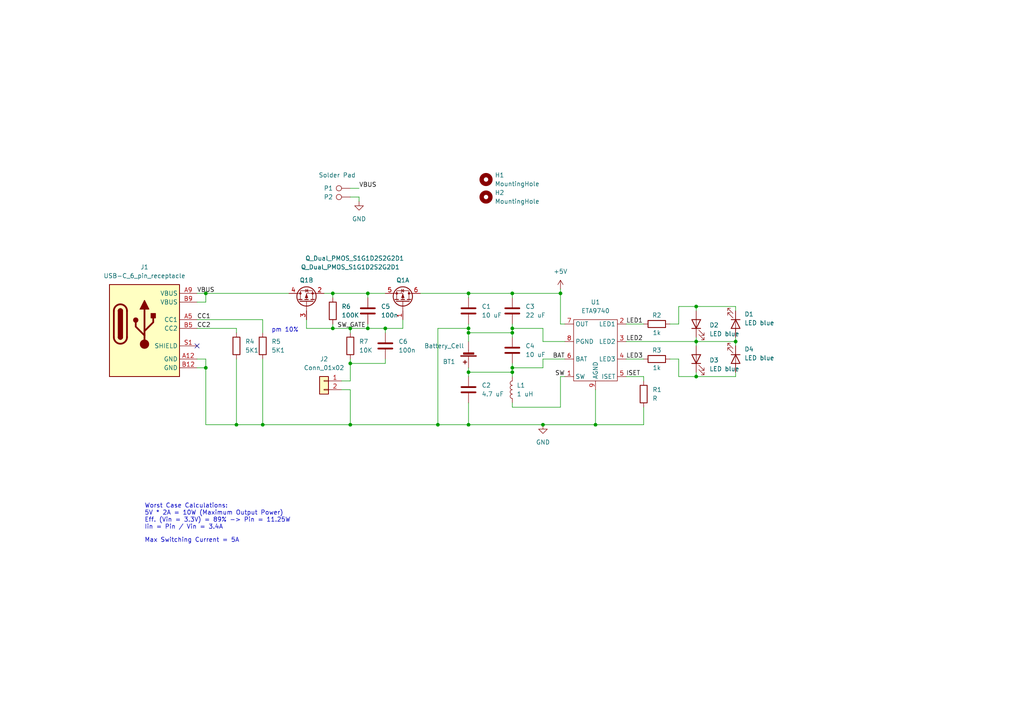
<source format=kicad_sch>
(kicad_sch (version 20211123) (generator eeschema)
  (paper "A4")
  (lib_symbols
    (symbol "Connector_Generic:Conn_01x02" (pin_names (offset 1.016) hide)
      (property "Reference" "J" (at 0 2.54 0))
      (property "Value" "Conn_01x02" (at 0 -5.08 0))
      (symbol "Conn_01x02_1_1"
        (rectangle (start -1.27 -2.413) (end 0 -2.667) (stroke (width 0.1524)))
        (rectangle (start -1.27 0.127) (end 0 -0.127) (stroke (width 0.1524)))
        (rectangle (start -1.27 1.27) (end 1.27 -3.81) (stroke (width 0.254)) (fill (type background)))
        (pin passive line (at -5.08 0 0) (length 3.81) (name "Pin_1") (number "1"))
        (pin passive line (at -5.08 -2.54 0) (length 3.81) (name "Pin_2") (number "2"))
      )
    )
    (symbol "Device:Battery_Cell" (pin_numbers hide) (pin_names (offset 0) hide)
      (property "Reference" "BT" (at 2.54 2.54 0))
      (property "Value" "Battery_Cell" (at 2.54 0 0))
      (symbol "Battery_Cell_0_1"
        (rectangle (start -2.286 1.778) (end 2.286 1.524) (fill (type outline)))
        (rectangle (start -1.5748 1.1938) (end 1.4732 0.6858) (fill (type outline)))
        (polyline (pts (xy 0 0.762) (xy 0 0)))
        (polyline (pts (xy 0 1.778) (xy 0 2.54)))
        (polyline (pts (xy 0.508 3.429) (xy 1.524 3.429)) (stroke (width 0.254)))
        (polyline (pts (xy 1.016 3.937) (xy 1.016 2.921)) (stroke (width 0.254)))
      )
      (symbol "Battery_Cell_1_1"
        (pin passive line (at 0 5.08 270) (length 2.54) (name "+") (number "1"))
        (pin passive line (at 0 -2.54 90) (length 2.54) (name "-") (number "2"))
      )
    )
    (symbol "Device:C" (pin_numbers hide) (pin_names (offset 0.254))
      (property "Reference" "C" (at 0.635 2.54 0))
      (property "Value" "C" (at 0.635 -2.54 0))
      (symbol "C_0_1"
        (polyline (pts (xy -2.032 -0.762) (xy 2.032 -0.762)) (stroke (width 0.508)))
        (polyline (pts (xy -2.032 0.762) (xy 2.032 0.762)) (stroke (width 0.508)))
      )
      (symbol "C_1_1"
        (pin passive line (at 0 3.81 270) (length 2.794) (name "~") (number "1"))
        (pin passive line (at 0 -3.81 90) (length 2.794) (name "~") (number "2"))
      )
    )
    (symbol "Device:L" (pin_numbers hide) (pin_names (offset 1.016) hide)
      (property "Reference" "L" (at -1.27 0 90))
      (property "Value" "L" (at 1.905 0 90))
      (symbol "L_0_1"
        (arc (start 0 -2.54) (mid 0.635 -1.905) (end 0 -1.27))
        (arc (start 0 -1.27) (mid 0.635 -0.635) (end 0 0))
        (arc (start 0 0) (mid 0.635 0.635) (end 0 1.27))
        (arc (start 0 1.27) (mid 0.635 1.905) (end 0 2.54))
      )
      (symbol "L_1_1"
        (pin passive line (at 0 3.81 270) (length 1.27) (name "1") (number "1"))
        (pin passive line (at 0 -3.81 90) (length 1.27) (name "2") (number "2"))
      )
    )
    (symbol "Device:LED" (pin_numbers hide) (pin_names (offset 1.016) hide)
      (property "Reference" "D" (at 0 2.54 0))
      (property "Value" "LED" (at 0 -2.54 0))
      (symbol "LED_0_1"
        (polyline (pts (xy -1.27 -1.27) (xy -1.27 1.27)) (stroke (width 0.254)))
        (polyline (pts (xy -1.27 0) (xy 1.27 0)))
        (polyline (pts (xy 1.27 -1.27) (xy 1.27 1.27) (xy -1.27 0) (xy 1.27 -1.27)) (stroke (width 0.254)))
        (polyline (pts (xy -3.048 -0.762) (xy -4.572 -2.286) (xy -3.81 -2.286) (xy -4.572 -2.286) (xy -4.572 -1.524)))
        (polyline (pts (xy -1.778 -0.762) (xy -3.302 -2.286) (xy -2.54 -2.286) (xy -3.302 -2.286) (xy -3.302 -1.524)))
      )
      (symbol "LED_1_1"
        (pin passive line (at -3.81 0 0) (length 2.54) (name "K") (number "1"))
        (pin passive line (at 3.81 0 180) (length 2.54) (name "A") (number "2"))
      )
    )
    (symbol "Device:Q_Dual_PMOS_S1G1D2S2G2D1" (pin_names (offset 0) hide)
      (property "Reference" "Q1" (at 0 10.16 90))
      (property "Value" "Q_Dual_PMOS_S1G1D2S2G2D1" (at 0 7.62 90))
      (symbol "Q_Dual_PMOS_S1G1D2S2G2D1_0_1"
        (polyline (pts (xy 0.254 0) (xy -2.54 0)))
        (polyline (pts (xy 0.254 1.905) (xy 0.254 -1.905)) (stroke (width 0.254)))
        (polyline (pts (xy 0.762 -1.27) (xy 0.762 -2.286)) (stroke (width 0.254)))
        (polyline (pts (xy 0.762 0.508) (xy 0.762 -0.508)) (stroke (width 0.254)))
        (polyline (pts (xy 0.762 2.286) (xy 0.762 1.27)) (stroke (width 0.254)))
        (polyline (pts (xy 2.54 2.54) (xy 2.54 1.778)))
        (polyline (pts (xy 2.54 -2.54) (xy 2.54 0) (xy 0.762 0)))
        (polyline (pts (xy 0.762 1.778) (xy 3.302 1.778) (xy 3.302 -1.778) (xy 0.762 -1.778)))
        (polyline (pts (xy 2.286 0) (xy 1.27 0.381) (xy 1.27 -0.381) (xy 2.286 0)) (fill (type outline)))
        (polyline (pts (xy 2.794 -0.508) (xy 2.921 -0.381) (xy 3.683 -0.381) (xy 3.81 -0.254)))
        (polyline (pts (xy 3.302 -0.381) (xy 2.921 0.254) (xy 3.683 0.254) (xy 3.302 -0.381)))
        (circle (center 1.651 0) (radius 2.794) (stroke (width 0.254)))
        (circle (center 2.54 -1.778) (radius 0.254) (fill (type outline)))
        (circle (center 2.54 1.778) (radius 0.254) (fill (type outline)))
      )
      (symbol "Q_Dual_PMOS_S1G1D2S2G2D1_1_1"
        (pin passive line (at 2.54 -5.08 90) (length 2.54) (name "S") (number "1"))
        (pin input line (at -5.08 0 0) (length 2.54) (name "G") (number "2"))
        (pin passive line (at 2.54 5.08 270) (length 2.54) (name "D") (number "6"))
      )
      (symbol "Q_Dual_PMOS_S1G1D2S2G2D1_2_1"
        (pin passive line (at 2.54 -5.08 90) (length 2.54) (name "S") (number "2"))
        (pin input line (at -5.08 0 0) (length 2.54) (name "G") (number "3"))
        (pin passive line (at 2.54 5.08 270) (length 2.54) (name "D") (number "4"))
      )
    )
    (symbol "Device:R" (pin_numbers hide) (pin_names (offset 0))
      (property "Reference" "R" (at 2.032 0 90))
      (property "Value" "R" (at 0 0 90))
      (symbol "R_0_1"
        (rectangle (start -1.016 -2.54) (end 1.016 2.54) (stroke (width 0.254)))
      )
      (symbol "R_1_1"
        (pin passive line (at 0 3.81 270) (length 1.27) (name "~") (number "1"))
        (pin passive line (at 0 -3.81 90) (length 1.27) (name "~") (number "2"))
      )
    )
    (symbol "LiPoBCB-V2:ETA9740" (pin_names (offset 0.512))
      (property "Reference" "U" (at 0 10.16 0))
      (property "Value" "ETA9740" (at 0 7.62 0))
      (symbol "ETA9740_0_1"
        (rectangle (start -6.35 6.35) (end 6.35 -11.43))
      )
      (symbol "ETA9740_1_1"
        (pin bidirectional line (at -8.89 -10.16 0) (length 2.54) (name "SW") (number "1"))
        (pin output line (at 8.89 5.08 180) (length 2.54) (name "LED1") (number "2"))
        (pin output line (at 8.89 0 180) (length 2.54) (name "LED2") (number "3"))
        (pin output line (at 8.89 -5.08 180) (length 2.54) (name "LED3") (number "4"))
        (pin input line (at 8.89 -10.16 180) (length 2.54) (name "ISET") (number "5"))
        (pin bidirectional line (at -8.89 -5.08 0) (length 2.54) (name "BAT") (number "6"))
        (pin output line (at -8.89 5.08 0) (length 2.54) (name "OUT") (number "7"))
        (pin bidirectional line (at -8.89 0 0) (length 2.54) (name "PGND") (number "8"))
        (pin bidirectional line (at 0 -13.97 90) (length 2.54) (name "AGND") (number "9"))
      )
    )
    (symbol "LiPoBCB-V2:Solder Pad" (pin_numbers hide) (pin_names (offset 0.762) hide)
      (property "Reference" "P?" (at 0 6.858 0))
      (property "Value" "Solder Pad" (at 0 5.08 0))
      (symbol "Solder Pad_0_1"
        (circle (center 0 3.302) (radius 0.762))
      )
      (symbol "Solder Pad_1_1"
        (pin passive line (at 0 0 90) (length 2.54) (name "1") (number "1"))
      )
    )
    (symbol "LiPoBCB-V2:USB-C_6_pin_receptacle"
      (property "Reference" "J" (at 0 12.7 0))
      (property "Value" "USB-C_6_pin_receptacle" (at 0 -16.51 0))
      (symbol "USB-C_6_pin_receptacle_0_1"
        (rectangle (start -10.16 11.43) (end 10.16 -15.24) (stroke (width 0.254)) (fill (type background)))
        (arc (start -8.89 -3.81) (mid -6.985 -5.715) (end -5.08 -3.81) (stroke (width 0.508)))
        (arc (start -7.62 -3.81) (mid -6.985 -4.445) (end -6.35 -3.81) (stroke (width 0.254)))
        (arc (start -7.62 -3.81) (mid -6.985 -4.445) (end -6.35 -3.81) (stroke (width 0.254)) (fill (type outline)))
        (rectangle (start -7.62 -3.81) (end -6.35 3.81) (stroke (width 0.254)) (fill (type outline)))
        (arc (start -6.35 3.81) (mid -6.985 4.445) (end -7.62 3.81) (stroke (width 0.254)))
        (arc (start -6.35 3.81) (mid -6.985 4.445) (end -7.62 3.81) (stroke (width 0.254)) (fill (type outline)))
        (arc (start -5.08 3.81) (mid -6.985 5.715) (end -8.89 3.81) (stroke (width 0.508)))
        (circle (center -2.54 1.143) (radius 0.635) (stroke (width 0.254)) (fill (type outline)))
        (circle (center 0 -5.842) (radius 1.27) (fill (type outline)))
        (polyline (pts (xy -8.89 -3.81) (xy -8.89 3.81)) (stroke (width 0.508)))
        (polyline (pts (xy -5.08 3.81) (xy -5.08 -3.81)) (stroke (width 0.508)))
        (polyline (pts (xy 0 -5.842) (xy 0 4.318)) (stroke (width 0.508)))
        (polyline (pts (xy 0 -3.302) (xy -2.54 -0.762) (xy -2.54 0.508)) (stroke (width 0.508)))
        (polyline (pts (xy 0 -2.032) (xy 2.54 0.508) (xy 2.54 1.778)) (stroke (width 0.508)))
        (polyline (pts (xy -1.27 4.318) (xy 0 6.858) (xy 1.27 4.318) (xy -1.27 4.318)) (stroke (width 0.254)) (fill (type outline)))
        (rectangle (start 1.905 1.778) (end 3.175 3.048) (stroke (width 0.254)) (fill (type outline)))
      )
      (symbol "USB-C_6_pin_receptacle_1_1"
        (pin passive line (at 15.24 -10.16 180) (length 5.08) (name "GND") (number "A12"))
        (pin bidirectional line (at 15.24 1.27 180) (length 5.08) (name "CC1") (number "A5"))
        (pin passive line (at 15.24 8.89 180) (length 5.08) (name "VBUS") (number "A9"))
        (pin passive line (at 15.24 -12.7 180) (length 5.08) (name "GND") (number "B12"))
        (pin bidirectional line (at 15.24 -1.27 180) (length 5.08) (name "CC2") (number "B5"))
        (pin passive line (at 15.24 6.35 180) (length 5.08) (name "VBUS") (number "B9"))
        (pin passive line (at 15.24 -6.35 180) (length 5.08) (name "SHIELD") (number "S1"))
      )
    )
    (symbol "Mechanical:MountingHole" (pin_names (offset 1.016))
      (property "Reference" "H" (at 0 5.08 0))
      (property "Value" "MountingHole" (at 0 3.175 0))
      (symbol "MountingHole_0_1"
        (circle (center 0 0) (radius 1.27) (stroke (width 1.27)))
      )
    )
    (symbol "Q_Dual_PMOS_S1G1D2S2G2D1_1" (pin_names (offset 0) hide)
      (property "Reference" "Q1" (at 0 10.16 90))
      (property "Value" "Q_Dual_PMOS_S1G1D2S2G2D1_1" (at 0 7.62 90))
      (symbol "Q_Dual_PMOS_S1G1D2S2G2D1_1_0_1"
        (polyline (pts (xy 0.254 0) (xy -2.54 0)))
        (polyline (pts (xy 0.254 1.905) (xy 0.254 -1.905)) (stroke (width 0.254)))
        (polyline (pts (xy 0.762 -1.27) (xy 0.762 -2.286)) (stroke (width 0.254)))
        (polyline (pts (xy 0.762 0.508) (xy 0.762 -0.508)) (stroke (width 0.254)))
        (polyline (pts (xy 0.762 2.286) (xy 0.762 1.27)) (stroke (width 0.254)))
        (polyline (pts (xy 2.54 2.54) (xy 2.54 1.778)))
        (polyline (pts (xy 2.54 -2.54) (xy 2.54 0) (xy 0.762 0)))
        (polyline (pts (xy 0.762 1.778) (xy 3.302 1.778) (xy 3.302 -1.778) (xy 0.762 -1.778)))
        (polyline (pts (xy 2.286 0) (xy 1.27 0.381) (xy 1.27 -0.381) (xy 2.286 0)) (fill (type outline)))
        (polyline (pts (xy 2.794 -0.508) (xy 2.921 -0.381) (xy 3.683 -0.381) (xy 3.81 -0.254)))
        (polyline (pts (xy 3.302 -0.381) (xy 2.921 0.254) (xy 3.683 0.254) (xy 3.302 -0.381)))
        (circle (center 1.651 0) (radius 2.794) (stroke (width 0.254)))
        (circle (center 2.54 -1.778) (radius 0.254) (fill (type outline)))
        (circle (center 2.54 1.778) (radius 0.254) (fill (type outline)))
      )
      (symbol "Q_Dual_PMOS_S1G1D2S2G2D1_1_1_1"
        (pin input line (at -5.08 0 0) (length 2.54) (name "G") (number "1"))
        (pin passive line (at 2.54 -5.08 90) (length 2.54) (name "S") (number "5"))
        (pin passive line (at 2.54 5.08 270) (length 2.54) (name "D") (number "6"))
      )
      (symbol "Q_Dual_PMOS_S1G1D2S2G2D1_1_2_1"
        (pin passive line (at 2.54 5.08 270) (length 2.54) (name "D") (number "3"))
        (pin passive line (at 2.54 -5.08 90) (length 2.54) (name "S") (number "4"))
        (pin input line (at -5.08 0 0) (length 2.54) (name "G") (number "5"))
      )
    )
    (symbol "power:+5V" (power) (pin_names (offset 0))
      (property "Value" "+5V" (at 0 3.556 0))
      (symbol "+5V_0_1"
        (polyline (pts (xy -0.762 1.27) (xy 0 2.54)))
        (polyline (pts (xy 0 0) (xy 0 2.54)))
        (polyline (pts (xy 0 2.54) (xy 0.762 1.27)))
      )
      (symbol "+5V_1_1"
        (pin power_in line (at 0 0 90) (length 0) hide (name "+5V") (number "1"))
      )
    )
    (symbol "power:GND" (power) (pin_names (offset 0))
      (property "Value" "GND" (at 0 -3.81 0))
      (symbol "GND_0_1"
        (polyline (pts (xy 0 0) (xy 0 -1.27) (xy 1.27 -1.27) (xy 0 -2.54) (xy -1.27 -1.27) (xy 0 -1.27)))
      )
      (symbol "GND_1_1"
        (pin power_in line (at 0 0 270) (length 0) hide (name "GND") (number "1"))
      )
    )
  )
  (junction (at 106.68 85.09))
  (junction (at 96.52 95.25))
  (junction (at 201.93 99.06))
  (junction (at 148.59 106.68))
  (junction (at 135.89 95.25))
  (junction (at 106.68 95.25))
  (junction (at 201.93 88.9))
  (junction (at 101.6 123.19))
  (junction (at 148.59 107.95))
  (junction (at 127 123.19))
  (junction (at 96.52 85.09))
  (junction (at 135.89 123.19))
  (junction (at 76.2 123.19))
  (junction (at 148.59 85.09))
  (junction (at 148.59 95.25))
  (junction (at 201.93 109.22))
  (junction (at 59.69 85.09))
  (junction (at 135.89 85.09))
  (junction (at 101.6 105.41))
  (junction (at 135.89 107.95))
  (junction (at 162.56 85.09))
  (junction (at 101.6 95.25))
  (junction (at 148.59 96.52))
  (junction (at 135.89 96.52))
  (junction (at 213.36 99.06))
  (junction (at 172.72 123.19))
  (junction (at 111.76 95.25))
  (junction (at 59.69 106.68))
  (junction (at 68.58 123.19))
  (junction (at 157.48 123.19))
  (no_connect (at 57.15 100.33))
  (wire (pts (xy 135.89 96.52) (xy 148.59 96.52)))
  (wire (pts (xy 101.6 105.41) (xy 111.76 105.41)))
  (wire (pts (xy 163.83 104.14) (xy 157.48 104.14)))
  (wire (pts (xy 111.76 95.25) (xy 111.76 96.52)))
  (wire (pts (xy 148.59 107.95) (xy 135.89 107.95)))
  (wire (pts (xy 88.9 95.25) (xy 96.52 95.25)))
  (wire (pts (xy 163.83 93.98) (xy 162.56 93.98)))
  (wire (pts (xy 59.69 87.63) (xy 59.69 85.09)))
  (wire (pts (xy 57.15 87.63) (xy 59.69 87.63)))
  (wire (pts (xy 57.15 85.09) (xy 59.69 85.09)))
  (wire (pts (xy 99.06 110.49) (xy 101.6 110.49)))
  (wire (pts (xy 76.2 104.14) (xy 76.2 123.19)))
  (wire (pts (xy 201.93 99.06) (xy 201.93 100.33)))
  (wire (pts (xy 186.69 123.19) (xy 172.72 123.19)))
  (wire (pts (xy 196.85 88.9) (xy 201.93 88.9)))
  (wire (pts (xy 196.85 93.98) (xy 196.85 88.9)))
  (wire (pts (xy 196.85 109.22) (xy 201.93 109.22)))
  (wire (pts (xy 59.69 106.68) (xy 59.69 123.19)))
  (wire (pts (xy 148.59 96.52) (xy 148.59 97.79)))
  (wire (pts (xy 148.59 118.11) (xy 148.59 116.84)))
  (wire (pts (xy 93.98 85.09) (xy 96.52 85.09)))
  (wire (pts (xy 196.85 104.14) (xy 196.85 109.22)))
  (wire (pts (xy 135.89 95.25) (xy 135.89 96.52)))
  (wire (pts (xy 96.52 85.09) (xy 106.68 85.09)))
  (wire (pts (xy 201.93 109.22) (xy 213.36 109.22)))
  (wire (pts (xy 172.72 123.19) (xy 172.72 113.03)))
  (wire (pts (xy 201.93 88.9) (xy 201.93 90.17)))
  (wire (pts (xy 157.48 99.06) (xy 157.48 95.25)))
  (wire (pts (xy 148.59 118.11) (xy 162.56 118.11)))
  (wire (pts (xy 213.36 90.17) (xy 213.36 88.9)))
  (wire (pts (xy 186.69 118.11) (xy 186.69 123.19)))
  (wire (pts (xy 213.36 107.95) (xy 213.36 109.22)))
  (wire (pts (xy 157.48 106.68) (xy 148.59 106.68)))
  (wire (pts (xy 96.52 95.25) (xy 101.6 95.25)))
  (wire (pts (xy 121.92 85.09) (xy 135.89 85.09)))
  (wire (pts (xy 181.61 104.14) (xy 186.69 104.14)))
  (wire (pts (xy 106.68 95.25) (xy 111.76 95.25)))
  (wire (pts (xy 59.69 85.09) (xy 83.82 85.09)))
  (wire (pts (xy 201.93 109.22) (xy 201.93 107.95)))
  (wire (pts (xy 135.89 116.84) (xy 135.89 123.19)))
  (wire (pts (xy 148.59 107.95) (xy 148.59 109.22)))
  (wire (pts (xy 181.61 93.98) (xy 186.69 93.98)))
  (wire (pts (xy 135.89 96.52) (xy 135.89 99.06)))
  (wire (pts (xy 148.59 93.98) (xy 148.59 95.25)))
  (wire (pts (xy 135.89 123.19) (xy 127 123.19)))
  (wire (pts (xy 104.14 57.15) (xy 104.14 58.42)))
  (wire (pts (xy 127 123.19) (xy 127 95.25)))
  (wire (pts (xy 194.31 104.14) (xy 196.85 104.14)))
  (wire (pts (xy 135.89 106.68) (xy 135.89 107.95)))
  (wire (pts (xy 181.61 99.06) (xy 201.93 99.06)))
  (wire (pts (xy 135.89 85.09) (xy 148.59 85.09)))
  (wire (pts (xy 106.68 93.98) (xy 106.68 95.25)))
  (wire (pts (xy 101.6 57.15) (xy 104.14 57.15)))
  (wire (pts (xy 148.59 106.68) (xy 148.59 107.95)))
  (wire (pts (xy 201.93 97.79) (xy 201.93 99.06)))
  (wire (pts (xy 201.93 99.06) (xy 213.36 99.06)))
  (wire (pts (xy 135.89 93.98) (xy 135.89 95.25)))
  (wire (pts (xy 194.31 93.98) (xy 196.85 93.98)))
  (wire (pts (xy 101.6 113.03) (xy 101.6 123.19)))
  (wire (pts (xy 57.15 104.14) (xy 59.69 104.14)))
  (wire (pts (xy 135.89 95.25) (xy 127 95.25)))
  (wire (pts (xy 135.89 107.95) (xy 135.89 109.22)))
  (wire (pts (xy 57.15 92.71) (xy 76.2 92.71)))
  (wire (pts (xy 101.6 123.19) (xy 127 123.19)))
  (wire (pts (xy 162.56 83.82) (xy 162.56 85.09)))
  (wire (pts (xy 101.6 104.14) (xy 101.6 105.41)))
  (wire (pts (xy 213.36 88.9) (xy 201.93 88.9)))
  (wire (pts (xy 99.06 113.03) (xy 101.6 113.03)))
  (wire (pts (xy 76.2 123.19) (xy 101.6 123.19)))
  (wire (pts (xy 59.69 106.68) (xy 57.15 106.68)))
  (wire (pts (xy 101.6 95.25) (xy 106.68 95.25)))
  (wire (pts (xy 101.6 105.41) (xy 101.6 110.49)))
  (wire (pts (xy 162.56 118.11) (xy 162.56 109.22)))
  (wire (pts (xy 186.69 109.22) (xy 186.69 110.49)))
  (wire (pts (xy 162.56 85.09) (xy 162.56 93.98)))
  (wire (pts (xy 68.58 95.25) (xy 68.58 96.52)))
  (wire (pts (xy 106.68 85.09) (xy 106.68 86.36)))
  (wire (pts (xy 116.84 95.25) (xy 116.84 92.71)))
  (wire (pts (xy 111.76 95.25) (xy 116.84 95.25)))
  (wire (pts (xy 148.59 105.41) (xy 148.59 106.68)))
  (wire (pts (xy 111.76 104.14) (xy 111.76 105.41)))
  (wire (pts (xy 213.36 99.06) (xy 213.36 100.33)))
  (wire (pts (xy 68.58 123.19) (xy 76.2 123.19)))
  (wire (pts (xy 57.15 95.25) (xy 68.58 95.25)))
  (wire (pts (xy 157.48 95.25) (xy 148.59 95.25)))
  (wire (pts (xy 59.69 123.19) (xy 68.58 123.19)))
  (wire (pts (xy 88.9 92.71) (xy 88.9 95.25)))
  (wire (pts (xy 135.89 123.19) (xy 157.48 123.19)))
  (wire (pts (xy 59.69 104.14) (xy 59.69 106.68)))
  (wire (pts (xy 135.89 85.09) (xy 135.89 86.36)))
  (wire (pts (xy 148.59 85.09) (xy 148.59 86.36)))
  (wire (pts (xy 213.36 99.06) (xy 213.36 97.79)))
  (wire (pts (xy 163.83 99.06) (xy 157.48 99.06)))
  (wire (pts (xy 148.59 95.25) (xy 148.59 96.52)))
  (wire (pts (xy 101.6 54.61) (xy 104.14 54.61)))
  (wire (pts (xy 157.48 104.14) (xy 157.48 106.68)))
  (wire (pts (xy 68.58 104.14) (xy 68.58 123.19)))
  (wire (pts (xy 162.56 109.22) (xy 163.83 109.22)))
  (wire (pts (xy 148.59 85.09) (xy 162.56 85.09)))
  (wire (pts (xy 96.52 85.09) (xy 96.52 86.36)))
  (wire (pts (xy 157.48 123.19) (xy 172.72 123.19)))
  (wire (pts (xy 101.6 95.25) (xy 101.6 96.52)))
  (wire (pts (xy 96.52 93.98) (xy 96.52 95.25)))
  (wire (pts (xy 106.68 85.09) (xy 111.76 85.09)))
  (wire (pts (xy 181.61 109.22) (xy 186.69 109.22)))
  (wire (pts (xy 76.2 92.71) (xy 76.2 96.52)))
  (text "Worst Case Calculations:\n5V * 2A = 10W (Maximum Output Power)\nEff. (Vin = 3.3V) = 89% -> Pin = 11.25W\nIin = Pin / Vin = 3.4A\n" (at 41.91 153.67 0) (effects (font (size 1.27 1.27)) (justify left bottom)))
  (text "pm 10%" (at 78.74 96.52 0) (effects (font (size 1.27 1.27)) (justify left bottom)))
  (text "Max Switching Current = 5A" (at 41.91 157.48 0) (effects (font (size 1.27 1.27)) (justify left bottom)))
  (label "CC2" (at 57.15 95.25 0))
  (label "VBUS" (at 57.15 85.09 0))
  (label "LED3" (at 181.61 104.14 0))
  (label "BAT" (at 163.83 104.14 180))
  (label "CC1" (at 57.15 92.71 0))
  (label "SW" (at 163.83 109.22 180))
  (label "VBUS" (at 104.14 54.61 0))
  (label "LED2" (at 181.61 99.06 0))
  (label "LED1" (at 181.61 93.98 0))
  (label "SW_GATE" (at 97.79 95.25 0))
  (label "ISET" (at 181.61 109.22 0))
  (symbol (lib_id "Device:C") (at 111.76 100.33 0) (unit 1)
    (property "Reference" "C6" (at 115.57 99.0599 0) (effects (justify left)))
    (property "Value" "100n" (at 115.57 101.5999 0) (effects (justify left)))
    (property "Footprint" "Capacitor_SMD:C_0603_1608Metric" (effects hide))
  )
  (symbol (lib_id "Device:R") (at 76.2 100.33 0) (unit 1)
    (property "Reference" "R5" (at 78.74 99.0599 0) (effects (justify left)))
    (property "Value" "5K1" (at 78.74 101.5999 0) (effects (justify left)))
    (property "Footprint" "Resistor_SMD:R_0603_1608Metric" (effects hide))
  )
  (symbol (lib_id "Device:C") (at 135.89 113.03 0) (unit 1)
    (property "Reference" "C2" (at 139.7 111.7599 0) (effects (justify left)))
    (property "Value" "4.7 uF" (at 139.7 114.2999 0) (effects (justify left)))
    (property "Footprint" "Capacitor_SMD:C_0603_1608Metric" (effects hide))
  )
  (symbol (lib_name "Q_Dual_PMOS_S1G1D2S2G2D1_1") (lib_id "Device:Q_Dual_PMOS_S1G1D2S2G2D1") (at 116.84 87.63 270) (mirror x) (unit 1)
    (property "Reference" "Q1" (at 116.84 81.28 90))
    (property "Value" "Q_Dual_PMOS_S1G1D2S2G2D1" (at 101.6 77.47 90))
    (property "Footprint" "Package_TO_SOT_SMD:SOT-23-6" (effects hide))
    (property "Datasheet" "https://datasheet.lcsc.com/lcsc/2008191536_Yangzhou-Yangjie-Elec-Tech-YJS2301A_C699284.pdf" (effects hide))
  )
  (symbol (lib_id "LiPoBCB-V2:Solder Pad") (at 101.6 57.15 90) (unit 1)
    (property "Reference" "P2" (at 95.25 57.15 90))
    (property "Value" "Solder Pad" (effects hide))
    (property "Footprint" "LiPoBCB-V2:TestPoint_THTPad_2.5x2.5mm_Drill1.2mm" (effects hide))
  )
  (symbol (lib_id "Device:R") (at 186.69 114.3 0) (unit 1)
    (property "Reference" "R1" (at 189.23 113.0299 0) (effects (justify left)))
    (property "Value" "R" (at 189.23 115.5699 0) (effects (justify left)))
    (property "Footprint" "Resistor_SMD:R_0603_1608Metric" (effects hide))
  )
  (symbol (lib_id "Device:C") (at 106.68 90.17 0) (unit 1)
    (property "Reference" "C5" (at 110.49 88.8999 0) (effects (justify left)))
    (property "Value" "100n" (at 110.49 91.4399 0) (effects (justify left)))
    (property "Footprint" "Capacitor_SMD:C_0603_1608Metric" (effects hide))
  )
  (symbol (lib_id "Device:C") (at 148.59 101.6 0) (unit 1)
    (property "Reference" "C4" (at 152.4 100.3299 0) (effects (justify left)))
    (property "Value" "10 uF" (at 152.4 102.8699 0) (effects (justify left)))
    (property "Footprint" "Capacitor_SMD:C_0603_1608Metric" (effects hide))
  )
  (symbol (lib_id "Connector_Generic:Conn_01x02") (at 93.98 110.49 0) (mirror y) (unit 1)
    (property "Reference" "J2" (at 93.98 104.14 0))
    (property "Value" "Conn_01x02" (at 93.98 106.68 0))
    (property "Footprint" "Connector_PinHeader_2.54mm:PinHeader_1x02_P2.54mm_Vertical" (effects hide))
  )
  (symbol (lib_id "Device:Q_Dual_PMOS_S1G1D2S2G2D1") (at 88.9 87.63 90) (unit 2)
    (property "Reference" "Q1" (at 88.9 81.28 90))
    (property "Value" "Q_Dual_PMOS_S1G1D2S2G2D1" (at 102.87 74.93 90))
    (property "Footprint" "Package_TO_SOT_SMD:SOT-23-6" (effects hide))
    (property "Datasheet" "https://datasheet.lcsc.com/lcsc/2008191536_Yangzhou-Yangjie-Elec-Tech-YJS2301A_C699284.pdf" (effects hide))
  )
  (symbol (lib_id "Mechanical:MountingHole") (at 140.97 57.15 0) (unit 1)
    (property "Reference" "H2" (at 143.51 55.8799 0) (effects (justify left)))
    (property "Value" "MountingHole" (at 143.51 58.4199 0) (effects (justify left)))
    (property "Footprint" "MountingHole:MountingHole_2.2mm_M2_ISO14580" (effects hide))
  )
  (symbol (lib_id "Device:L") (at 148.59 113.03 180) (unit 1)
    (property "Reference" "L1" (at 149.86 111.7599 0) (effects (justify right)))
    (property "Value" "1 uH" (at 149.86 114.2999 0) (effects (justify right)))
    (property "Footprint" "LiPoBCB-V2:L_smd_1616" (effects hide))
    (property "Datasheet" "https://www.vishay.com/docs/34196/lp16bz11.pdf" (effects hide))
  )
  (symbol (lib_id "Device:C") (at 148.59 90.17 0) (unit 1)
    (property "Reference" "C3" (at 152.4 88.8999 0) (effects (justify left)))
    (property "Value" "22 uF" (at 152.4 91.4399 0) (effects (justify left)))
    (property "Footprint" "Capacitor_SMD:C_0805_2012Metric" (effects hide))
  )
  (symbol (lib_id "Device:LED") (at 213.36 104.14 270) (unit 1)
    (property "Reference" "D4" (at 215.9 101.2824 90) (effects (justify left)))
    (property "Value" "LED blue" (at 215.9 103.8224 90) (effects (justify left)))
    (property "Footprint" "LiPoBCB-V2:D_0603_1608Metric" (effects hide))
  )
  (symbol (lib_id "Device:LED") (at 201.93 93.98 90) (unit 1)
    (property "Reference" "D2" (at 205.74 94.2974 90) (effects (justify right)))
    (property "Value" "LED blue" (at 205.74 96.8374 90) (effects (justify right)))
    (property "Footprint" "LiPoBCB-V2:D_0603_1608Metric" (effects hide))
  )
  (symbol (lib_id "LiPoBCB-V2:ETA9740") (at 172.72 99.06 0) (unit 1)
    (property "Reference" "U1" (at 172.72 87.63 0))
    (property "Value" "ETA9740" (at 172.72 90.17 0))
    (property "Footprint" "Package_SO:SOIC-8-1EP_3.9x4.9mm_P1.27mm_EP2.29x3mm" (effects hide))
    (property "Datasheet" "https://cdn-3a4dd4ab.ozdisan.com/ETicaret_Dosya/576001_2521115.PDF" (effects hide))
  )
  (symbol (lib_id "Device:R") (at 101.6 100.33 0) (unit 1)
    (property "Reference" "R7" (at 104.14 99.0599 0) (effects (justify left)))
    (property "Value" "10K" (at 104.14 101.5999 0) (effects (justify left)))
    (property "Footprint" "Resistor_SMD:R_0603_1608Metric" (effects hide))
  )
  (symbol (lib_id "Device:LED") (at 201.93 104.14 90) (unit 1)
    (property "Reference" "D3" (at 205.74 104.4574 90) (effects (justify right)))
    (property "Value" "LED blue" (at 205.74 106.9974 90) (effects (justify right)))
    (property "Footprint" "LiPoBCB-V2:D_0603_1608Metric" (effects hide))
  )
  (symbol (lib_id "LiPoBCB-V2:Solder Pad") (at 101.6 54.61 90) (unit 1)
    (property "Reference" "P1" (at 95.25 54.61 90))
    (property "Value" "Solder Pad" (at 97.79 50.8 90))
    (property "Footprint" "LiPoBCB-V2:TestPoint_THTPad_2.5x2.5mm_Drill1.2mm" (effects hide))
  )
  (symbol (lib_id "power:+5V") (at 162.56 83.82 0) (unit 1)
    (property "Reference" "#PWR0102" (effects hide))
    (property "Value" "+5V" (at 162.56 78.74 0))
  )
  (symbol (lib_id "power:GND") (at 157.48 123.19 0) (unit 1)
    (property "Reference" "#PWR0101" (effects hide))
    (property "Value" "GND" (at 157.48 128.27 0))
  )
  (symbol (lib_id "Device:R") (at 190.5 93.98 90) (unit 1)
    (property "Reference" "R2" (at 190.5 91.44 90))
    (property "Value" "1k" (at 190.5 96.52 90))
    (property "Footprint" "Resistor_SMD:R_0603_1608Metric" (effects hide))
  )
  (symbol (lib_id "LiPoBCB-V2:USB-C_6_pin_receptacle") (at 41.91 93.98 0) (unit 1)
    (property "Reference" "J1" (at 41.91 77.47 0))
    (property "Value" "USB-C_6_pin_receptacle" (at 41.91 80.01 0))
    (property "Footprint" "LiPoBCB-V2:Korean Hroparts Elec TYPE-C-31-M-17" (effects hide))
  )
  (symbol (lib_id "Mechanical:MountingHole") (at 140.97 52.07 0) (unit 1)
    (property "Reference" "H1" (at 143.51 50.7999 0) (effects (justify left)))
    (property "Value" "MountingHole" (at 143.51 53.3399 0) (effects (justify left)))
    (property "Footprint" "MountingHole:MountingHole_2.2mm_M2_ISO14580" (effects hide))
  )
  (symbol (lib_id "Device:LED") (at 213.36 93.98 270) (unit 1)
    (property "Reference" "D1" (at 215.9 91.1224 90) (effects (justify left)))
    (property "Value" "LED blue" (at 215.9 93.6624 90) (effects (justify left)))
    (property "Footprint" "LiPoBCB-V2:D_0603_1608Metric" (effects hide))
  )
  (symbol (lib_id "Device:R") (at 96.52 90.17 0) (unit 1)
    (property "Reference" "R6" (at 99.06 88.8999 0) (effects (justify left)))
    (property "Value" "100K" (at 99.06 91.4399 0) (effects (justify left)))
    (property "Footprint" "Resistor_SMD:R_0603_1608Metric" (effects hide))
  )
  (symbol (lib_id "Device:Battery_Cell") (at 135.89 101.6 180) (unit 1)
    (property "Reference" "BT1" (at 132.08 104.9021 0) (effects (justify left)))
    (property "Value" "Battery_Cell" (at 134.62 100.33 0) (effects (justify left)))
    (property "Footprint" "Connector_JST:JST_PH_B2B-PH-K_1x02_P2.00mm_Vertical" (effects hide))
  )
  (symbol (lib_id "Device:R") (at 68.58 100.33 0) (unit 1)
    (property "Reference" "R4" (at 71.12 99.0599 0) (effects (justify left)))
    (property "Value" "5K1" (at 71.12 101.5999 0) (effects (justify left)))
    (property "Footprint" "Resistor_SMD:R_0603_1608Metric" (effects hide))
  )
  (symbol (lib_id "power:GND") (at 104.14 58.42 0) (unit 1)
    (property "Reference" "#PWR0103" (effects hide))
    (property "Value" "GND" (at 104.14 63.5 0))
  )
  (symbol (lib_id "Device:R") (at 190.5 104.14 90) (unit 1)
    (property "Reference" "R3" (at 190.5 101.6 90))
    (property "Value" "1k" (at 190.5 106.68 90))
    (property "Footprint" "Resistor_SMD:R_0603_1608Metric" (effects hide))
  )
  (symbol (lib_id "Device:C") (at 135.89 90.17 0) (unit 1)
    (property "Reference" "C1" (at 139.7 88.8999 0) (effects (justify left)))
    (property "Value" "10 uF" (at 139.7 91.4399 0) (effects (justify left)))
    (property "Footprint" "Capacitor_SMD:C_0603_1608Metric" (effects hide))
  )
)
</source>
